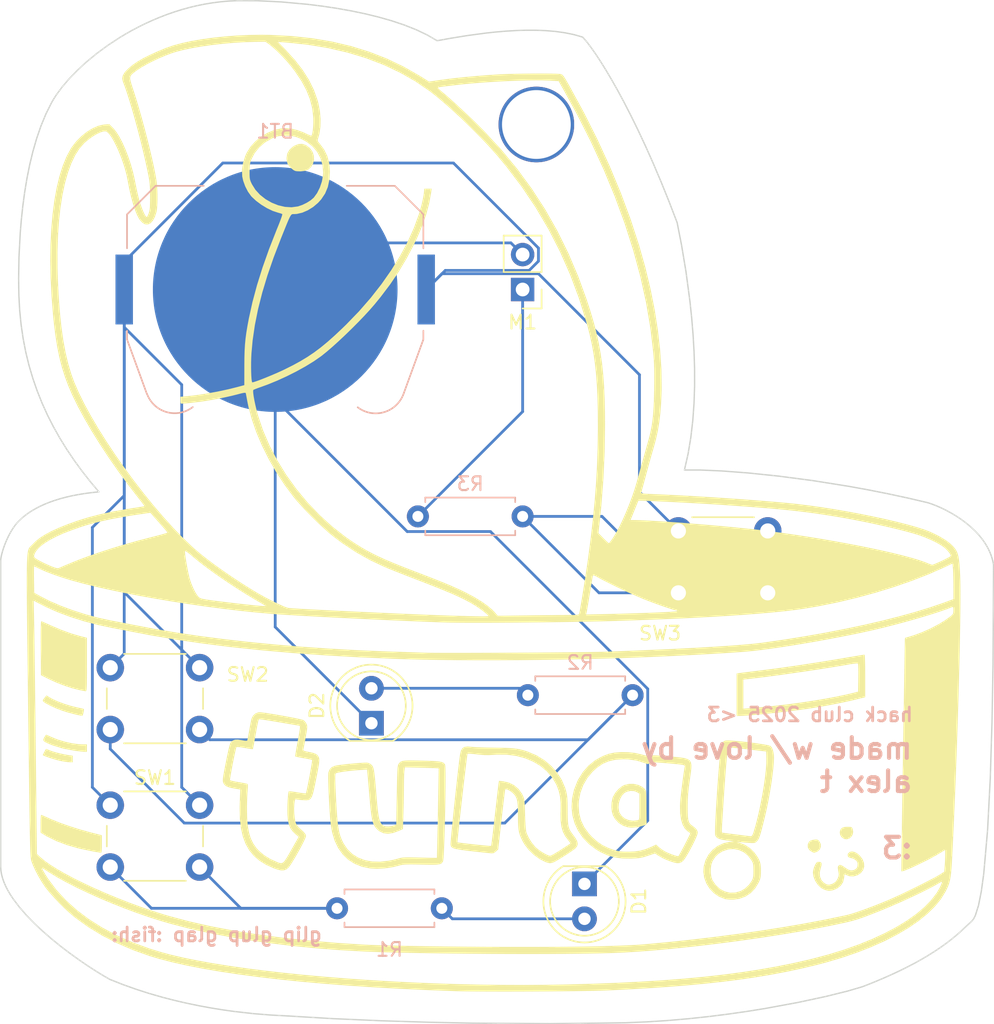
<source format=kicad_pcb>
(kicad_pcb (version 20241229) (generator "pcbnew") (generator_version "9.0")
  (layers (0 "F.Cu" signal) (2 "B.Cu" signal) (13 "F.Paste" user) (15 "B.Paste" user) (5 "F.SilkS" user "F.Silkscreen") (7 "B.SilkS" user "B.Silkscreen") (1 "F.Mask" user) (3 "B.Mask" user) (25 "Edge.Cuts" user))
  (net 0 "")
  (net 1 "Net-(BT1-+)")
  (net 2 "Net-(BT1--)")
  (net 3 "Net-(D1-A)")
  (net 4 "Net-(D2-A)")
  (net 5 "Net-(M1-+)")
  (net 6 "Net-(R1-Pad1)")
  (net 7 "Net-(R2-Pad1)")
  (net 8 "Net-(R3-Pad1)")
  (footprint "LED_THT:LED_D5.0mm" (layer "F.Cu") (at 148.5 122.04 90)
    (property "Reference" "D2" (at 1.27 -3.96 90) (layer "F.SilkS"))
    (property "Value" "LED")
    (pad "1" thru_hole rect (at 0 0 90) (size 1.8 1.8) (drill 0.9) (layers "*.Cu" "*.Mask") (net 2 "Net-(BT1--)"))
    (pad "2" thru_hole circle (at 2.54 0 90) (size 1.8 1.8) (drill 0.9) (layers "*.Cu" "*.Mask") (net 4 "Net-(D2-A)"))
  )
  (footprint "Connector_PinHeader_2.54mm:PinHeader_1x02_P2.54mm_Vertical" (layer "F.Cu") (at 159.5 90.5 180)
    (property "Reference" "M1" (at 0 -2.38 0) (layer "F.SilkS"))
    (property "Value" "Motor_DC")
    (pad "1" thru_hole rect (at 0 0 180) (size 1.7 1.7) (drill 1) (layers "*.Cu" "*.Mask") (net 5 "Net-(M1-+)"))
    (pad "2" thru_hole circle (at 0 2.54 180) (size 1.7 1.7) (drill 1) (layers "*.Cu" "*.Mask") (net 2 "Net-(BT1--)"))
  )
  (footprint "LOGO" (layer "F.Cu") (at 157.5 106.5)
    (property "Reference" "G" (hide yes))
    (property "Value" "LOGO" (hide yes))
  )
  (footprint "Button_Switch_THT:SW_PUSH_6mm" (layer "F.Cu") (at 129.5 128)
    (property "Reference" "SW1" (at 3.25 -2 0) (layer "F.SilkS"))
    (property "Value" "SW_Push")
    (pad "1" thru_hole circle (at 0 0 90) (size 2 2) (drill 1.1) (layers "*.Cu" "*.Mask") (net 1 "Net-(BT1-+)"))
    (pad "1" thru_hole circle (at 6.5 0 90) (size 2 2) (drill 1.1) (layers "*.Cu" "*.Mask") (net 1 "Net-(BT1-+)"))
    (pad "2" thru_hole circle (at 0 4.5 90) (size 2 2) (drill 1.1) (layers "*.Cu" "*.Mask") (net 6 "Net-(R1-Pad1)"))
    (pad "2" thru_hole circle (at 6.5 4.5 90) (size 2 2) (drill 1.1) (layers "*.Cu" "*.Mask") (net 6 "Net-(R1-Pad1)"))
  )
  (footprint "LED_THT:LED_D5.0mm" (layer "F.Cu") (at 164 133.725 -90)
    (property "Reference" "D1" (at 1.27 -3.96 90) (layer "F.SilkS"))
    (property "Value" "LED")
    (pad "1" thru_hole rect (at 0 0 270) (size 1.8 1.8) (drill 0.9) (layers "*.Cu" "*.Mask") (net 2 "Net-(BT1--)"))
    (pad "2" thru_hole circle (at 2.54 0 270) (size 1.8 1.8) (drill 0.9) (layers "*.Cu" "*.Mask") (net 3 "Net-(D1-A)"))
  )
  (footprint "Button_Switch_THT:SW_PUSH_6mm" (layer "F.Cu") (at 129.5 118)
    (property "Reference" "SW2" (at 10 0.5 0) (layer "F.SilkS"))
    (property "Value" "SW_Push")
    (pad "1" thru_hole circle (at 0 0 90) (size 2 2) (drill 1.1) (layers "*.Cu" "*.Mask") (net 1 "Net-(BT1-+)"))
    (pad "1" thru_hole circle (at 6.5 0 90) (size 2 2) (drill 1.1) (layers "*.Cu" "*.Mask") (net 1 "Net-(BT1-+)"))
    (pad "2" thru_hole circle (at 0 4.5 90) (size 2 2) (drill 1.1) (layers "*.Cu" "*.Mask") (net 7 "Net-(R2-Pad1)"))
    (pad "2" thru_hole circle (at 6.5 4.5 90) (size 2 2) (drill 1.1) (layers "*.Cu" "*.Mask") (net 7 "Net-(R2-Pad1)"))
  )
  (footprint "Button_Switch_THT:SW_PUSH_6mm" (layer "F.Cu") (at 170.832527 108.057867)
    (property "Reference" "SW3" (at -1.332527 7.442133 0) (layer "F.SilkS"))
    (property "Value" "SW_Push")
    (pad "1" thru_hole circle (at 0 0 90) (size 2 2) (drill 1.1) (layers "*.Cu" "*.Mask") (net 1 "Net-(BT1-+)"))
    (pad "1" thru_hole circle (at 6.5 0 90) (size 2 2) (drill 1.1) (layers "*.Cu" "*.Mask") (net 1 "Net-(BT1-+)"))
    (pad "2" thru_hole circle (at 0 4.5 90) (size 2 2) (drill 1.1) (layers "*.Cu" "*.Mask") (net 8 "Net-(R3-Pad1)"))
    (pad "2" thru_hole circle (at 6.5 4.5 90) (size 2 2) (drill 1.1) (layers "*.Cu" "*.Mask") (net 8 "Net-(R3-Pad1)"))
  )
  (footprint "Resistor_THT:R_Axial_DIN0207_L6.3mm_D2.5mm_P7.62mm_Horizontal" (layer "B.Cu") (at 146 135.5)
    (property "Reference" "R1" (at 3.81 3 0) (layer "B.SilkS") (effects (justify mirror)))
    (property "Value" "R")
    (pad "1" thru_hole circle (at 0 0) (size 1.6 1.6) (drill 0.8) (layers "*.Cu" "*.Mask") (net 6 "Net-(R1-Pad1)"))
    (pad "2" thru_hole oval (at 7.62 0) (size 1.6 1.6) (drill 0.8) (layers "*.Cu" "*.Mask") (net 3 "Net-(D1-A)"))
  )
  (footprint "Resistor_THT:R_Axial_DIN0207_L6.3mm_D2.5mm_P7.62mm_Horizontal" (layer "B.Cu") (at 167.5 120 180)
    (property "Reference" "R2" (at 3.81 2.37 0) (layer "B.SilkS") (effects (justify mirror)))
    (property "Value" "R")
    (pad "1" thru_hole circle (at 0 0 180) (size 1.6 1.6) (drill 0.8) (layers "*.Cu" "*.Mask") (net 7 "Net-(R2-Pad1)"))
    (pad "2" thru_hole oval (at 7.62 0 180) (size 1.6 1.6) (drill 0.8) (layers "*.Cu" "*.Mask") (net 4 "Net-(D2-A)"))
  )
  (footprint "Resistor_THT:R_Axial_DIN0207_L6.3mm_D2.5mm_P7.62mm_Horizontal" (layer "B.Cu") (at 159.5 107 180)
    (property "Reference" "R3" (at 3.81 2.37 0) (layer "B.SilkS") (effects (justify mirror)))
    (property "Value" "R")
    (pad "1" thru_hole circle (at 0 0 180) (size 1.6 1.6) (drill 0.8) (layers "*.Cu" "*.Mask") (net 8 "Net-(R3-Pad1)"))
    (pad "2" thru_hole oval (at 7.62 0 180) (size 1.6 1.6) (drill 0.8) (layers "*.Cu" "*.Mask") (net 5 "Net-(M1-+)"))
  )
  (footprint "Battery:BatteryHolder_Keystone_3034_1x20mm" (layer "B.Cu") (at 141.5 90.5 180)
    (property "Reference" "BT1" (at 0 11.5 0) (layer "B.SilkS") (effects (justify mirror)))
    (property "Value" "Battery_Cell")
    (pad "1" smd rect (at -10.985 0 180) (size 1.27 5.08) (layers "B.Cu" "B.Mask" "B.Paste") (net 1 "Net-(BT1-+)"))
    (pad "1" smd rect (at 10.985 0 180) (size 1.27 5.08) (layers "B.Cu" "B.Mask" "B.Paste") (net 1 "Net-(BT1-+)"))
    (pad "2" smd circle (at 0 0 180) (size 17.8 17.8) (layers "B.Cu" "B.Mask") (net 2 "Net-(BT1--)"))
  )
  (gr_poly (pts (xy 140.191899 69.5) (xy 141.945487 69.585885) (xy 143.893791 69.763961) (xy 144.911701 69.890865) (xy 145.943175 70.04477) (xy 146.97651 70.226994) (xy 148 70.438854) (xy 149.001941 70.681668) (xy 149.970629 70.956755) (xy 150.894357 71.265431) (xy 151.761423 71.609014) (xy 152.560121 71.988823) (xy 153.278746 72.406174) (xy 154.286954 72.224791) (xy 155.490499 72.029972) (xy 156.83667 71.849622) (xy 157.546769 71.773593) (xy 158.272759 71.711647) (xy 159.00805 71.66727) (xy 159.746054 71.643951) (xy 160.480182 71.645179) (xy 161.203846 71.674441) (xy 161.910457 71.735226) (xy 162.593425 71.831021) (xy 163.246163 71.965315) (xy 163.862082 72.141597) (xy 164.035262 72.330926) (xy 164.255338 72.602033) (xy 164.519599 72.956081) (xy 164.825329 73.394232) (xy 165.169817 73.91765) (xy 165.550349 74.527496) (xy 165.964213 75.224933) (xy 166.408695 76.011125) (xy 166.881082 76.887234) (xy 167.378662 77.854422) (xy 167.89872 78.913853) (xy 168.438545 80.066689) (xy 168.995424 81.314093) (xy 169.566642 82.657228) (xy 170.149488 84.097256) (xy 170.741247 85.63534) (xy 171.05699 87.24765) (xy 171.382035 89.190686) (xy 171.676074 91.390035) (xy 171.79887 92.562573) (xy 171.898799 93.771284) (xy 171.970823 95.006867) (xy 172.009903 96.260019) (xy 172.011001 97.52144) (xy 171.969079 98.781827) (xy 171.879097 100.031879) (xy 171.736019 101.262294) (xy 171.534804 102.463771) (xy 171.270414 103.627007) (xy 172.41991 103.625864) (xy 173.980747 103.693971) (xy 175.899596 103.839388) (xy 178.123128 104.070176) (xy 180.598013 104.394396) (xy 183.270922 104.820109) (xy 184.664971 105.073544) (xy 186.088526 105.355375) (xy 187.534923 105.66661) (xy 188.997496 106.008256) (xy 189.278904 106.103531) (xy 189.589967 106.223947) (xy 189.924793 106.369428) (xy 190.277494 106.539894) (xy 190.642178 106.73527) (xy 191.012956 106.955476) (xy 191.383936 107.200436) (xy 191.74923 107.470071) (xy 192.102945 107.764305) (xy 192.439193 108.083059) (xy 192.598925 108.251607) (xy 192.752082 108.426257) (xy 192.897926 108.606997) (xy 193.035722 108.793819) (xy 193.164734 108.986714) (xy 193.284224 109.18567) (xy 193.393457 109.390679) (xy 193.491697 109.601731) (xy 193.578206 109.818816) (xy 193.65225 110.041924) (xy 193.713091 110.271047) (xy 193.759993 110.506173) (xy 193.720306 117.802049) (xy 193.648374 121.941123) (xy 193.521871 126.037204) (xy 193.325915 129.81248) (xy 193.045623 132.989135) (xy 192.8692 134.266165) (xy 192.666112 135.289359) (xy 192.434498 136.023992) (xy 192.307413 136.272247) (xy 192.172499 136.435338) (xy 191.334023 137.216684) (xy 191.0491 137.465313) (xy 190.724443 137.732932) (xy 190.355245 138.01838) (xy 189.936699 138.320493) (xy 189.463997 138.63811) (xy 188.932335 138.970066) (xy 188.642891 139.141059) (xy 188.336904 139.3152) (xy 188.013773 139.492345) (xy 187.672898 139.672349) (xy 187.313678 139.855065) (xy 186.935512 140.040349) (xy 186.537798 140.228056) (xy 186.119936 140.418039) (xy 185.681326 140.610154) (xy 185.221366 140.804255) (xy 184.739456 141.000197) (xy 184.234995 141.197835) (xy 183.158679 141.514043) (xy 181.567665 141.908827) (xy 179.537609 142.344973) (xy 177.144163 142.785269) (xy 175.834812 142.995343) (xy 174.462983 143.192499) (xy 173.038135 143.372086) (xy 171.569723 143.529452) (xy 170.067205 143.659945) (xy 168.540037 143.758914) (xy 166.997676 143.821706) (xy 165.449579 143.843671) (xy 161.484145 143.887567) (xy 155.845213 143.850352) (xy 152.602825 143.78429) (xy 149.18763 143.677505) (xy 145.681486 143.523181) (xy 142.166248 143.314503) (xy 141.170552 143.262259) (xy 139.928873 143.161467) (xy 138.479659 142.996615) (xy 137.689242 142.885321) (xy 136.861359 142.752197) (xy 136.000816 142.595304) (xy 135.11242 142.412702) (xy 134.200976 142.202455) (xy 133.27129 141.962622) (xy 132.328168 141.691265) (xy 131.376417 141.386447) (xy 130.420842 141.046227) (xy 129.466249 140.668668) (xy 128.984689 140.391101) (xy 128.441505 140.057956) (xy 127.849487 139.674427) (xy 127.221425 139.245707) (xy 126.570108 138.776989) (xy 125.908327 138.273467) (xy 125.248871 137.740335) (xy 124.60453 137.182785) (xy 123.988095 136.606011) (xy 123.412355 136.015208) (xy 122.8901 135.415568) (xy 122.43412 134.812284) (xy 122.23498 134.510899) (xy 122.057205 134.210551) (xy 121.902394 133.911889) (xy 121.772145 133.615561) (xy 121.668058 133.322219) (xy 121.59173 133.032509) (xy 121.544761 132.747083) (xy 121.528749 132.466588) (xy 121.528749 110.241589) (xy 121.534886 110.13042) (xy 121.553037 109.99716) (xy 121.582816 109.84452) (xy 121.623834 109.675216) (xy 121.675704 109.491958) (xy 121.738039 109.297461) (xy 121.81045 109.094438) (xy 121.892551 108.8856) (xy 121.983954 108.673663) (xy 122.084271 108.461337) (xy 122.193114 108.251337) (xy 122.310097 108.046376) (xy 122.434831 107.849165) (xy 122.566929 107.66242) (xy 122.706003 107.488851) (xy 122.851666 107.331174) (xy 123.05947 107.135901) (xy 123.286265 106.947217) (xy 123.532438 106.76551) (xy 123.798378 106.591166) (xy 124.084472 106.424574) (xy 124.391107 106.266121) (xy 124.718671 106.116195) (xy 125.067551 105.975183) (xy 125.438136 105.843472) (xy 125.830812 105.721451) (xy 126.245967 105.609507) (xy 126.68399 105.508027) (xy 127.145267 105.4174) (xy 127.630185 105.338012) (xy 128.139133 105.270251) (xy 128.672499 105.214505) (xy 128.042301 104.463969) (xy 127.442309 103.699869) (xy 126.873663 102.92104) (xy 126.337499 102.126322) (xy 125.834958 101.31455) (xy 125.367178 100.484562) (xy 124.935296 99.635195) (xy 124.540452 98.765287) (xy 124.183783 97.873675) (xy 123.866429 96.959196) (xy 123.589529 96.020687) (xy 123.354219 95.056987) (xy 123.16164 94.066931) (xy 123.012929 93.049357) (xy 122.909225 92.003104) (xy 122.851666 90.927006) (xy 122.833165 89.687811) (xy 122.859107 88.140621) (xy 122.952434 86.366053) (xy 123.031538 85.418694) (xy 123.136092 84.444722) (xy 123.268965 83.454213) (xy 123.433025 82.457245) (xy 123.63114 81.463893) (xy 123.866177 80.484236) (xy 124.141006 79.528351) (xy 124.458493 78.606313) (xy 124.821507 77.728201) (xy 125.232916 76.904091) (xy 125.394438 76.627236) (xy 125.578486 76.343059) (xy 126.01186 75.756834) (xy 126.528447 75.153617) (xy 127.123653 74.541604) (xy 127.792885 73.928995) (xy 128.531551 73.323989) (xy 129.335058 72.734784) (xy 130.198814 72.169578) (xy 130.651849 71.898537) (xy 131.118225 71.636571) (xy 131.597366 71.384704) (xy 132.088698 71.143961) (xy 132.591649 70.915367) (xy 133.105642 70.699947) (xy 133.630105 70.498725) (xy 134.164463 70.312727) (xy 134.708143 70.142976) (xy 135.260569 69.9905) (xy 135.821168 69.856321) (xy 136.389366 69.741464) (xy 136.964589 69.646955) (xy 137.546263 69.573819) (xy 138.133813 69.52308) (xy 138.726666 69.495763)) (stroke (width 0) (color 255 255 255 1)) (fill no) (layer "Edge.Cuts"))
  (gr_text "glip glup glap :fish:" (at 145 138 0) (layer "B.SilkS") (effects (font (size 1 1) (thickness 0.2) (bold yes)) (justify left bottom mirror)))
  (gr_text "made w/ love by \nalex t\n\n:3" (at 188 132 0) (layer "B.SilkS") (effects (font (size 1.5 1.5) (thickness 0.3) (bold yes)) (justify left bottom mirror)))
  (gr_text "hack club 2025 <3" (at 188 122 0) (layer "B.SilkS") (effects (font (size 1 1) (thickness 0.2) (bold yes)) (justify left bottom mirror)))
  (via (at 160.5 78.5) (size 5.5) (drill 5) (layers "F.Cu" "B.Cu") (net 0))
  (segment (start 177.332527 108.057867) (end 170.832527 108.057867) (width 0.2) (layer "B.Cu") (net 1))
  (segment (start 168 105.22534) (end 168 96.698) (width 0.2) (layer "B.Cu") (net 1))
  (segment (start 168 96.698) (end 160.651 89.349) (width 0.2) (layer "B.Cu") (net 1))
  (segment (start 136 118) (end 130.515 112.515) (width 0.2) (layer "B.Cu") (net 1))
  (segment (start 130.515 105.484999) (end 130.515 90.5) (width 0.2) (layer "B.Cu") (net 1))
  (segment (start 128.199 126.699) (end 128.199 107.800999) (width 0.2) (layer "B.Cu") (net 1))
  (segment (start 152.485 90.5) (end 152.485 88.472821) (width 0.2) (layer "B.Cu") (net 1))
  (segment (start 130.515 93.24) (end 130.515 90.5) (width 0.2) (layer "B.Cu") (net 1))
  (segment (start 154.46676 81.299) (end 160.651 87.48324) (width 0.2) (layer "B.Cu") (net 1))
  (segment (start 159.97676 89.111) (end 153.874 89.111) (width 0.2) (layer "B.Cu") (net 1))
  (segment (start 130.515 116.985) (end 130.515 90.5) (width 0.2) (layer "B.Cu") (net 1))
  (segment (start 160.651 87.48324) (end 160.651 88.43676) (width 0.2) (layer "B.Cu") (net 1))
  (segment (start 177.332527 108.057867) (end 170.042867 108.057867) (width 0.2) (layer "B.Cu") (net 1))
  (segment (start 170.832527 108.057867) (end 168 105.22534) (width 0.2) (layer "B.Cu") (net 1))
  (segment (start 129.5 118) (end 130.515 116.985) (width 0.2) (layer "B.Cu") (net 1))
  (segment (start 129.5 128) (end 128.199 126.699) (width 0.2) (layer "B.Cu") (net 1))
  (segment (start 130.515 112.515) (end 130.515 90.5) (width 0.2) (layer "B.Cu") (net 1))
  (segment (start 128.199 107.800999) (end 130.515 105.484999) (width 0.2) (layer "B.Cu") (net 1))
  (segment (start 153.636 89.349) (end 152.485 90.5) (width 0.2) (layer "B.Cu") (net 1))
  (segment (start 130.515 90.5) (end 130.515 88.472821) (width 0.2) (layer "B.Cu") (net 1))
  (segment (start 130.515 88.472821) (end 137.688821 81.299) (width 0.2) (layer "B.Cu") (net 1))
  (segment (start 160.651 88.43676) (end 159.97676 89.111) (width 0.2) (layer "B.Cu") (net 1))
  (segment (start 137.688821 81.299) (end 154.46676 81.299) (width 0.2) (layer "B.Cu") (net 1))
  (segment (start 134.699 97.424) (end 130.515 93.24) (width 0.2) (layer "B.Cu") (net 1))
  (segment (start 134.699 126.699) (end 134.699 97.424) (width 0.2) (layer "B.Cu") (net 1))
  (segment (start 153.874 89.111) (end 152.485 90.5) (width 0.2) (layer "B.Cu") (net 1))
  (segment (start 160.651 89.349) (end 153.636 89.349) (width 0.2) (layer "B.Cu") (net 1))
  (segment (start 136 128) (end 134.699 126.699) (width 0.2) (layer "B.Cu") (net 1))
  (segment (start 148.5 122.04) (end 141.5 115.04) (width 0.2) (layer "B.Cu") (net 2))
  (segment (start 168.601 129.124) (end 168.601 119.54395) (width 0.2) (layer "B.Cu") (net 2))
  (segment (start 144.89 87.11) (end 141.5 90.5) (width 0.2) (layer "B.Cu") (net 2))
  (segment (start 158.65 87.11) (end 144.89 87.11) (width 0.2) (layer "B.Cu") (net 2))
  (segment (start 157.15805 108.101) (end 151.101 108.101) (width 0.2) (layer "B.Cu") (net 2))
  (segment (start 159.5 87.96) (end 158.65 87.11) (width 0.2) (layer "B.Cu") (net 2))
  (segment (start 168.601 119.54395) (end 157.15805 108.101) (width 0.2) (layer "B.Cu") (net 2))
  (segment (start 141.5 115.04) (end 141.5 90.5) (width 0.2) (layer "B.Cu") (net 2))
  (segment (start 164 133.725) (end 168.601 129.124) (width 0.2) (layer "B.Cu") (net 2))
  (segment (start 141.5 98.5) (end 141.5 90.5) (width 0.2) (layer "B.Cu") (net 2))
  (segment (start 151.101 108.101) (end 141.5 98.5) (width 0.2) (layer "B.Cu") (net 2))
  (segment (start 154.385 136.265) (end 153.62 135.5) (width 0.2) (layer "B.Cu") (net 3))
  (segment (start 164 136.265) (end 154.385 136.265) (width 0.2) (layer "B.Cu") (net 3))
  (segment (start 159.38 119.5) (end 159.88 120) (width 0.2) (layer "B.Cu") (net 4))
  (segment (start 148.5 119.5) (end 159.38 119.5) (width 0.2) (layer "B.Cu") (net 4))
  (segment (start 159.5 90.5) (end 159.5 99.38) (width 0.2) (layer "B.Cu") (net 5))
  (segment (start 159.5 99.38) (end 151.88 107) (width 0.2) (layer "B.Cu") (net 5))
  (segment (start 146 135.5) (end 139 135.5) (width 0.2) (layer "B.Cu") (net 6))
  (segment (start 146 135.5) (end 132.5 135.5) (width 0.2) (layer "B.Cu") (net 6))
  (segment (start 139 135.5) (end 136 132.5) (width 0.2) (layer "B.Cu") (net 6))
  (segment (start 132.5 135.5) (end 129.5 132.5) (width 0.2) (layer "B.Cu") (net 6))
  (segment (start 167.5 120) (end 164.259 123.241) (width 0.2) (layer "B.Cu") (net 7))
  (segment (start 134.886787 129.301) (end 158.199 129.301) (width 0.2) (layer "B.Cu") (net 7))
  (segment (start 129.5 123.914213) (end 134.886787 129.301) (width 0.2) (layer "B.Cu") (net 7))
  (segment (start 136.741 123.241) (end 136 122.5) (width 0.2) (layer "B.Cu") (net 7))
  (segment (start 164.259 123.241) (end 136.741 123.241) (width 0.2) (layer "B.Cu") (net 7))
  (segment (start 129.5 122.5) (end 129.5 123.914213) (width 0.2) (layer "B.Cu") (net 7))
  (segment (start 158.199 129.301) (end 167.5 120) (width 0.2) (layer "B.Cu") (net 7))
  (segment (start 165.057867 112.557867) (end 177.332527 112.557867) (width 0.2) (layer "B.Cu") (net 8))
  (segment (start 159.5 107) (end 165.057867 112.557867) (width 0.2) (layer "B.Cu") (net 8))
  (segment (start 165.27466 107) (end 170.832527 112.557867) (width 0.2) (layer "B.Cu") (net 8))
  (segment (start 159.5 107) (end 165.27466 107) (width 0.2) (layer "B.Cu") (net 8))
)
</source>
